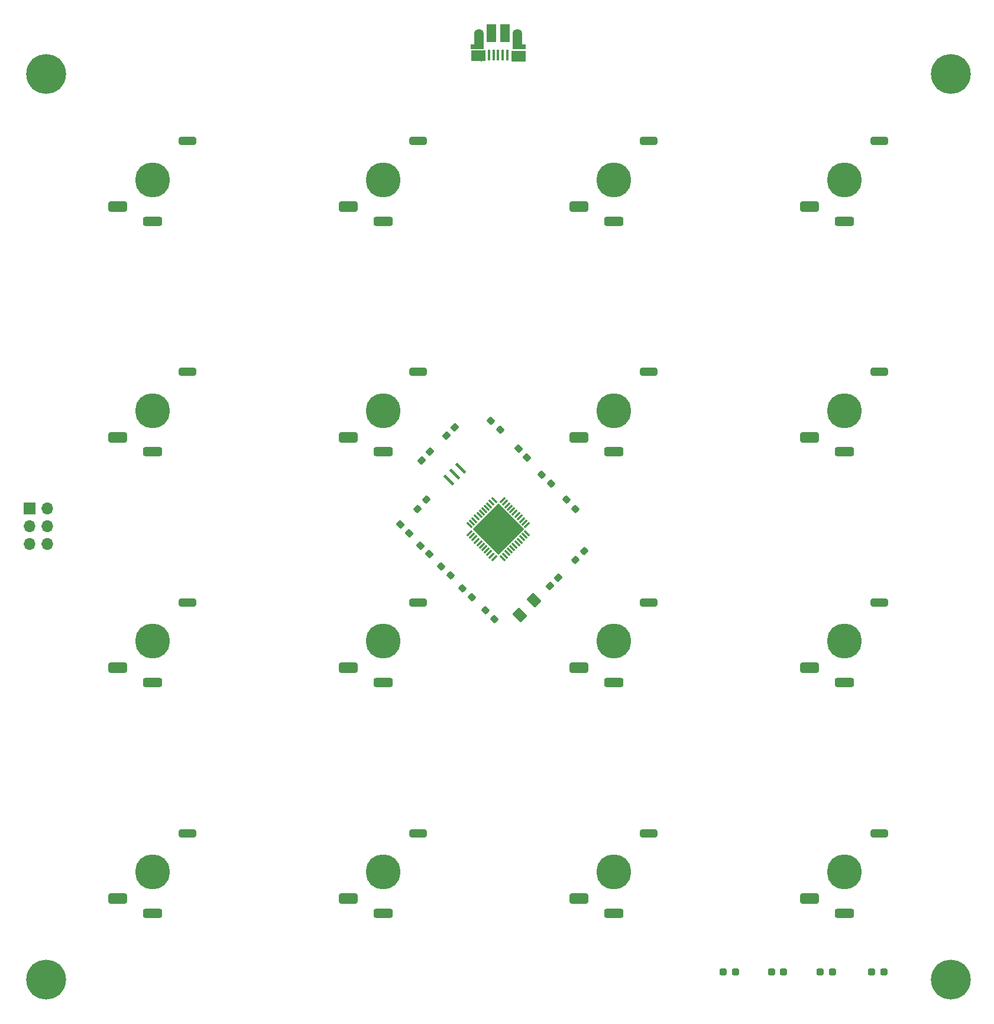
<source format=gbs>
%TF.GenerationSoftware,KiCad,Pcbnew,(6.0.1)*%
%TF.CreationDate,2022-02-12T18:16:10+09:00*%
%TF.ProjectId,FlatFighter_rev4,466c6174-4669-4676-9874-65725f726576,0*%
%TF.SameCoordinates,Original*%
%TF.FileFunction,Soldermask,Bot*%
%TF.FilePolarity,Negative*%
%FSLAX46Y46*%
G04 Gerber Fmt 4.6, Leading zero omitted, Abs format (unit mm)*
G04 Created by KiCad (PCBNEW (6.0.1)) date 2022-02-12 18:16:10*
%MOMM*%
%LPD*%
G01*
G04 APERTURE LIST*
G04 Aperture macros list*
%AMRoundRect*
0 Rectangle with rounded corners*
0 $1 Rounding radius*
0 $2 $3 $4 $5 $6 $7 $8 $9 X,Y pos of 4 corners*
0 Add a 4 corners polygon primitive as box body*
4,1,4,$2,$3,$4,$5,$6,$7,$8,$9,$2,$3,0*
0 Add four circle primitives for the rounded corners*
1,1,$1+$1,$2,$3*
1,1,$1+$1,$4,$5*
1,1,$1+$1,$6,$7*
1,1,$1+$1,$8,$9*
0 Add four rect primitives between the rounded corners*
20,1,$1+$1,$2,$3,$4,$5,0*
20,1,$1+$1,$4,$5,$6,$7,0*
20,1,$1+$1,$6,$7,$8,$9,0*
20,1,$1+$1,$8,$9,$2,$3,0*%
%AMRotRect*
0 Rectangle, with rotation*
0 The origin of the aperture is its center*
0 $1 length*
0 $2 width*
0 $3 Rotation angle, in degrees counterclockwise*
0 Add horizontal line*
21,1,$1,$2,0,0,$3*%
G04 Aperture macros list end*
%ADD10RotRect,0.400000X1.900000X225.000000*%
%ADD11RoundRect,0.287500X-0.962500X-0.287500X0.962500X-0.287500X0.962500X0.287500X-0.962500X0.287500X0*%
%ADD12C,5.000000*%
%ADD13RoundRect,0.375000X-1.000000X-0.375000X1.000000X-0.375000X1.000000X0.375000X-1.000000X0.375000X0*%
%ADD14RoundRect,0.325000X-1.050000X-0.325000X1.050000X-0.325000X1.050000X0.325000X-1.050000X0.325000X0*%
%ADD15R,1.700000X1.700000*%
%ADD16O,1.700000X1.700000*%
%ADD17C,5.700000*%
%ADD18RoundRect,0.237500X-0.344715X0.008839X0.008839X-0.344715X0.344715X-0.008839X-0.008839X0.344715X0*%
%ADD19RoundRect,0.237500X0.287500X0.237500X-0.287500X0.237500X-0.287500X-0.237500X0.287500X-0.237500X0*%
%ADD20RoundRect,0.237500X0.380070X-0.044194X-0.044194X0.380070X-0.380070X0.044194X0.044194X-0.380070X0*%
%ADD21RoundRect,0.237500X0.344715X-0.008839X-0.008839X0.344715X-0.344715X0.008839X0.008839X-0.344715X0*%
%ADD22R,0.400000X1.650000*%
%ADD23R,1.430000X2.500000*%
%ADD24O,1.350000X1.700000*%
%ADD25R,1.825000X0.700000*%
%ADD26O,1.100000X1.500000*%
%ADD27R,2.000000X1.500000*%
%ADD28R,1.350000X2.000000*%
%ADD29RoundRect,0.250001X0.114905X-0.768977X0.768977X-0.114905X-0.114905X0.768977X-0.768977X0.114905X0*%
%ADD30RoundRect,0.237500X-0.008839X-0.344715X0.344715X0.008839X0.008839X0.344715X-0.344715X-0.008839X0*%
%ADD31RoundRect,0.062500X-0.291682X-0.380070X0.380070X0.291682X0.291682X0.380070X-0.380070X-0.291682X0*%
%ADD32RoundRect,0.062500X0.291682X-0.380070X0.380070X-0.291682X-0.291682X0.380070X-0.380070X0.291682X0*%
%ADD33RotRect,5.200000X5.200000X45.000000*%
%ADD34RoundRect,0.237500X-0.380070X0.044194X0.044194X-0.380070X0.380070X-0.044194X-0.044194X0.380070X0*%
%ADD35RoundRect,0.237500X0.008839X0.344715X-0.344715X-0.008839X-0.008839X-0.344715X0.344715X0.008839X0*%
%ADD36RoundRect,0.237500X0.044194X0.380070X-0.380070X-0.044194X-0.044194X-0.380070X0.380070X0.044194X0*%
G04 APERTURE END LIST*
D10*
%TO.C,U2*%
X145700000Y-79200000D03*
X144851472Y-80048529D03*
X144002943Y-80897057D03*
%TD*%
D11*
%TO.C,SW7*%
X172640000Y-98450000D03*
D12*
X167640000Y-104000000D03*
D13*
X162640000Y-107800000D03*
D14*
X167640000Y-109900000D03*
%TD*%
D11*
%TO.C,SW2*%
X139620000Y-131450000D03*
D12*
X134620000Y-137000000D03*
D13*
X129620000Y-140800000D03*
D14*
X134620000Y-142900000D03*
%TD*%
D11*
%TO.C,SW8*%
X205660000Y-98450000D03*
D12*
X200660000Y-104000000D03*
D13*
X195660000Y-107800000D03*
D14*
X200660000Y-109900000D03*
%TD*%
D11*
%TO.C,SW6*%
X139620000Y-98450000D03*
D12*
X134620000Y-104000000D03*
D13*
X129620000Y-107800000D03*
D14*
X134620000Y-109900000D03*
%TD*%
D11*
%TO.C,SW12*%
X205660000Y-65450000D03*
D12*
X200660000Y-71000000D03*
D13*
X195660000Y-74800000D03*
D14*
X200660000Y-76900000D03*
%TD*%
D11*
%TO.C,SW11*%
X172640000Y-65450000D03*
D12*
X167640000Y-71000000D03*
D13*
X162640000Y-74800000D03*
D14*
X167640000Y-76900000D03*
%TD*%
D11*
%TO.C,SW14*%
X139620000Y-32450000D03*
D12*
X134620000Y-38000000D03*
D13*
X129620000Y-41800000D03*
D14*
X134620000Y-43900000D03*
%TD*%
D11*
%TO.C,SW5*%
X106600000Y-98450000D03*
D12*
X101600000Y-104000000D03*
D13*
X96600000Y-107800000D03*
D14*
X101600000Y-109900000D03*
%TD*%
D11*
%TO.C,SW10*%
X139620000Y-65450000D03*
D12*
X134620000Y-71000000D03*
D13*
X129620000Y-74800000D03*
D14*
X134620000Y-76900000D03*
%TD*%
D11*
%TO.C,SW3*%
X172640000Y-131450000D03*
D12*
X167640000Y-137000000D03*
D13*
X162640000Y-140800000D03*
D14*
X167640000Y-142900000D03*
%TD*%
D11*
%TO.C,SW1*%
X106600000Y-131450000D03*
D12*
X101600000Y-137000000D03*
D13*
X96600000Y-140800000D03*
D14*
X101600000Y-142900000D03*
%TD*%
D11*
%TO.C,SW9*%
X106600000Y-65450000D03*
D12*
X101600000Y-71000000D03*
D13*
X96600000Y-74800000D03*
D14*
X101600000Y-76900000D03*
%TD*%
D11*
%TO.C,SW15*%
X172640000Y-32450000D03*
D12*
X167640000Y-38000000D03*
D13*
X162640000Y-41800000D03*
D14*
X167640000Y-43900000D03*
%TD*%
D11*
%TO.C,SW13*%
X106600000Y-32450000D03*
D12*
X101600000Y-38000000D03*
D13*
X96600000Y-41800000D03*
D14*
X101600000Y-43900000D03*
%TD*%
D11*
%TO.C,SW4*%
X205660000Y-131450000D03*
D12*
X200660000Y-137000000D03*
D13*
X195660000Y-140800000D03*
D14*
X200660000Y-142900000D03*
%TD*%
D11*
%TO.C,SW16*%
X205660000Y-32450000D03*
D12*
X200660000Y-38000000D03*
D13*
X195660000Y-41800000D03*
D14*
X200660000Y-43900000D03*
%TD*%
D15*
%TO.C,P4*%
X84000000Y-84975000D03*
D16*
X86540000Y-84975000D03*
X84000000Y-87515000D03*
X86540000Y-87515000D03*
X84000000Y-90055000D03*
X86540000Y-90055000D03*
%TD*%
D17*
%TO.C,REF1*%
X86360000Y-22860000D03*
%TD*%
%TO.C,REF2*%
X215900000Y-22860000D03*
%TD*%
%TO.C,REF4*%
X215900000Y-152400000D03*
%TD*%
%TO.C,REF3*%
X86360000Y-152400000D03*
%TD*%
D18*
%TO.C,R11*%
X160854765Y-83754765D03*
X162145235Y-85045235D03*
%TD*%
D19*
%TO.C,D4*%
X185075000Y-151300000D03*
X183325000Y-151300000D03*
%TD*%
%TO.C,D2*%
X198975000Y-151300000D03*
X197225000Y-151300000D03*
%TD*%
D20*
%TO.C,C1*%
X155199980Y-77699980D03*
X153980220Y-76480220D03*
%TD*%
D21*
%TO.C,R7*%
X151345235Y-73745235D03*
X150054765Y-72454765D03*
%TD*%
D22*
%TO.C,P2*%
X149775000Y-20165000D03*
X150425000Y-20165000D03*
X151075000Y-20165000D03*
X151725000Y-20165000D03*
X152375000Y-20165000D03*
D23*
X152035000Y-17015000D03*
D24*
X153805000Y-17285000D03*
D25*
X154075000Y-18965000D03*
D26*
X148655000Y-20285000D03*
D24*
X148345000Y-17285000D03*
D27*
X153975000Y-20285000D03*
D26*
X153495000Y-20285000D03*
D28*
X148345000Y-18215000D03*
X153825000Y-18215000D03*
D25*
X148125000Y-18965000D03*
D23*
X150115000Y-17015000D03*
D27*
X148225000Y-20265000D03*
%TD*%
D19*
%TO.C,D1*%
X206300000Y-151300000D03*
X204550000Y-151300000D03*
%TD*%
D18*
%TO.C,R2*%
X157354765Y-80154765D03*
X158645235Y-81445235D03*
%TD*%
D29*
%TO.C,F1*%
X154148179Y-100251821D03*
X156251821Y-98148179D03*
%TD*%
D30*
%TO.C,R10*%
X139554765Y-85045235D03*
X140845235Y-83754765D03*
%TD*%
D21*
%TO.C,R9*%
X150545235Y-100845235D03*
X149254765Y-99554765D03*
%TD*%
D31*
%TO.C,U1*%
X150507798Y-92085452D03*
X150154245Y-91731898D03*
X149800691Y-91378345D03*
X149447138Y-91024792D03*
X149093585Y-90671238D03*
X148740031Y-90317685D03*
X148386478Y-89964131D03*
X148032924Y-89610578D03*
X147679371Y-89257025D03*
X147325818Y-88903471D03*
X146972264Y-88549918D03*
D32*
X146972264Y-87365514D03*
X147325818Y-87011961D03*
X147679371Y-86658407D03*
X148032924Y-86304854D03*
X148386478Y-85951301D03*
X148740031Y-85597747D03*
X149093585Y-85244194D03*
X149447138Y-84890640D03*
X149800691Y-84537087D03*
X150154245Y-84183534D03*
X150507798Y-83829980D03*
D31*
X151692202Y-83829980D03*
X152045755Y-84183534D03*
X152399309Y-84537087D03*
X152752862Y-84890640D03*
X153106415Y-85244194D03*
X153459969Y-85597747D03*
X153813522Y-85951301D03*
X154167076Y-86304854D03*
X154520629Y-86658407D03*
X154874182Y-87011961D03*
X155227736Y-87365514D03*
D32*
X155227736Y-88549918D03*
X154874182Y-88903471D03*
X154520629Y-89257025D03*
X154167076Y-89610578D03*
X153813522Y-89964131D03*
X153459969Y-90317685D03*
X153106415Y-90671238D03*
X152752862Y-91024792D03*
X152399309Y-91378345D03*
X152045755Y-91731898D03*
X151692202Y-92085452D03*
D33*
X151100000Y-87957716D03*
%TD*%
D21*
%TO.C,R8*%
X147300035Y-97700035D03*
X146009565Y-96409565D03*
%TD*%
D34*
%TO.C,C3*%
X137090120Y-87290120D03*
X138309880Y-88509880D03*
%TD*%
D20*
%TO.C,C4*%
X141209880Y-91509880D03*
X139990120Y-90290120D03*
%TD*%
D35*
%TO.C,R1*%
X163445235Y-91054765D03*
X162154765Y-92345235D03*
%TD*%
D36*
%TO.C,C6*%
X141309880Y-76890120D03*
X140090120Y-78109880D03*
%TD*%
D18*
%TO.C,R6*%
X142954765Y-93254765D03*
X144245235Y-94545235D03*
%TD*%
D36*
%TO.C,C5*%
X144909880Y-73390120D03*
X143690120Y-74609880D03*
%TD*%
%TO.C,C2*%
X159709880Y-94890120D03*
X158490120Y-96109880D03*
%TD*%
D19*
%TO.C,D3*%
X191975000Y-151300000D03*
X190225000Y-151300000D03*
%TD*%
M02*

</source>
